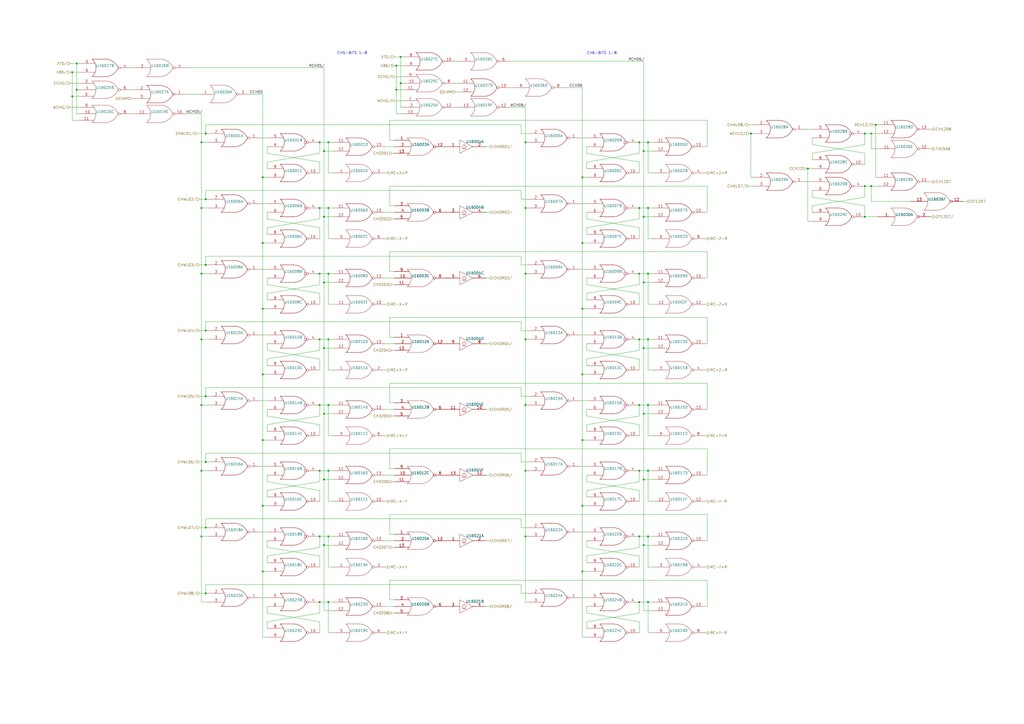
<source format=kicad_sch>
(kicad_sch (version 20211123) (generator eeschema)
  (paper "A2")
  (junction (at 501.65 77.47))
  (junction (at 41.91 55.88))
  (junction (at 375.92 311.15))
  (junction (at 375.92 349.25))
  (junction (at 185.42 273.05))
  (junction (at 304.8 311.15))
  (junction (at 229.87 38.1))
  (junction (at 337.82 217.17))
  (junction (at 41.91 41.91))
  (junction (at 370.84 273.05))
  (junction (at 468.63 97.79))
  (junction (at 370.84 349.25))
  (junction (at 116.84 273.05))
  (junction (at 116.84 120.65))
  (junction (at 44.45 52.07))
  (junction (at 501.65 107.95))
  (junction (at 185.42 234.95))
  (junction (at 119.38 77.47))
  (junction (at 187.96 240.03))
  (junction (at 304.8 82.55))
  (junction (at 229.87 52.07))
  (junction (at 505.46 107.95))
  (junction (at 152.4 102.87))
  (junction (at 187.96 316.23))
  (junction (at 187.96 201.93))
  (junction (at 375.92 196.85))
  (junction (at 375.92 82.55))
  (junction (at 152.4 140.97))
  (junction (at 152.4 331.47))
  (junction (at 119.38 306.07))
  (junction (at 119.38 267.97))
  (junction (at 187.96 87.63))
  (junction (at 373.38 201.93))
  (junction (at 187.96 278.13))
  (junction (at 116.84 196.85))
  (junction (at 505.46 77.47))
  (junction (at 337.82 293.37))
  (junction (at 370.84 196.85))
  (junction (at 375.92 234.95))
  (junction (at 187.96 125.73))
  (junction (at 119.38 344.17))
  (junction (at 373.38 316.23))
  (junction (at 373.38 125.73))
  (junction (at 375.92 120.65))
  (junction (at 185.42 120.65))
  (junction (at 304.8 120.65))
  (junction (at 232.41 48.26))
  (junction (at 116.84 82.55))
  (junction (at 370.84 158.75))
  (junction (at 435.61 77.47))
  (junction (at 152.4 217.17))
  (junction (at 119.38 153.67))
  (junction (at 190.5 349.25))
  (junction (at 116.84 158.75))
  (junction (at 337.82 331.47))
  (junction (at 190.5 82.55))
  (junction (at 190.5 196.85))
  (junction (at 375.92 158.75))
  (junction (at 152.4 293.37))
  (junction (at 508 72.39))
  (junction (at 370.84 234.95))
  (junction (at 190.5 234.95))
  (junction (at 370.84 311.15))
  (junction (at 501.65 125.73))
  (junction (at 337.82 102.87))
  (junction (at 190.5 120.65))
  (junction (at 185.42 196.85))
  (junction (at 119.38 115.57))
  (junction (at 152.4 255.27))
  (junction (at 370.84 82.55))
  (junction (at 370.84 120.65))
  (junction (at 337.82 140.97))
  (junction (at 304.8 158.75))
  (junction (at 373.38 278.13))
  (junction (at 116.84 311.15))
  (junction (at 190.5 158.75))
  (junction (at 304.8 196.85))
  (junction (at 119.38 191.77))
  (junction (at 185.42 82.55))
  (junction (at 44.45 36.83))
  (junction (at 190.5 273.05))
  (junction (at 232.41 33.02))
  (junction (at 373.38 87.63))
  (junction (at 187.96 163.83))
  (junction (at 190.5 311.15))
  (junction (at 373.38 240.03))
  (junction (at 185.42 349.25))
  (junction (at 185.42 158.75))
  (junction (at 304.8 234.95))
  (junction (at 116.84 234.95))
  (junction (at 337.82 179.07))
  (junction (at 337.82 255.27))
  (junction (at 185.42 311.15))
  (junction (at 152.4 179.07))
  (junction (at 375.92 273.05))
  (junction (at 119.38 229.87))
  (junction (at 373.38 163.83))
  (junction (at 304.8 273.05))
  (wire (pts (xy 119.38 306.07) (xy 119.38 300.99)))
  (wire (pts (xy 541.02 86.36) (xy 539.75 86.36)))
  (wire (pts (xy 185.42 349.25) (xy 185.42 355.6)))
  (wire (pts (xy 190.5 311.15) (xy 193.04 311.15)))
  (wire (pts (xy 151.13 194.31) (xy 154.94 194.31)))
  (wire (pts (xy 185.42 203.2) (xy 154.94 208.28)))
  (wire (pts (xy 471.17 83.82) (xy 471.17 80.01)))
  (wire (pts (xy 501.65 83.82) (xy 471.17 88.9)))
  (wire (pts (xy 373.38 240.03) (xy 378.46 240.03)))
  (wire (pts (xy 226.06 222.25) (xy 226.06 233.68)))
  (wire (pts (xy 337.82 102.87) (xy 337.82 140.97)))
  (wire (pts (xy 107.95 54.61) (xy 114.3 54.61)))
  (wire (pts (xy 187.96 278.13) (xy 193.04 278.13)))
  (wire (pts (xy 304.8 311.15) (xy 304.8 349.25)))
  (wire (pts (xy 154.94 170.18) (xy 154.94 173.99)))
  (wire (pts (xy 337.82 50.8) (xy 327.66 50.8)))
  (wire (pts (xy 375.92 196.85) (xy 378.46 196.85)))
  (wire (pts (xy 340.36 208.28) (xy 340.36 212.09)))
  (wire (pts (xy 304.8 82.55) (xy 304.8 120.65)))
  (wire (pts (xy 190.5 328.93) (xy 193.04 328.93)))
  (wire (pts (xy 224.79 252.73) (xy 223.52 252.73)))
  (wire (pts (xy 185.42 170.18) (xy 154.94 165.1)))
  (wire (pts (xy 185.42 367.03) (xy 185.42 360.68)))
  (wire (pts (xy 373.38 125.73) (xy 373.38 163.83)))
  (wire (pts (xy 226.06 107.95) (xy 226.06 119.38)))
  (wire (pts (xy 152.4 140.97) (xy 154.94 140.97)))
  (wire (pts (xy 468.63 97.79) (xy 471.17 97.79)))
  (wire (pts (xy 185.42 132.08) (xy 154.94 127)))
  (wire (pts (xy 116.84 196.85) (xy 116.84 234.95)))
  (wire (pts (xy 44.45 52.07) (xy 44.45 66.04)))
  (wire (pts (xy 340.36 127) (xy 340.36 123.19)))
  (wire (pts (xy 302.26 262.89) (xy 302.26 267.97)))
  (wire (pts (xy 44.45 66.04) (xy 45.72 66.04)))
  (wire (pts (xy 337.82 293.37) (xy 340.36 293.37)))
  (wire (pts (xy 114.3 77.47) (xy 119.38 77.47)))
  (wire (pts (xy 119.38 77.47) (xy 119.38 72.39)))
  (wire (pts (xy 340.36 246.38) (xy 340.36 250.19)))
  (wire (pts (xy 375.92 311.15) (xy 375.92 328.93)))
  (wire (pts (xy 410.21 367.03) (xy 408.94 367.03)))
  (wire (pts (xy 302.26 72.39) (xy 302.26 77.47)))
  (wire (pts (xy 76.2 57.15) (xy 77.47 57.15)))
  (wire (pts (xy 370.84 82.55) (xy 375.92 82.55)))
  (wire (pts (xy 115.57 306.07) (xy 119.38 306.07)))
  (wire (pts (xy 501.65 95.25) (xy 501.65 88.9)))
  (wire (pts (xy 505.46 77.47) (xy 505.46 86.36)))
  (wire (pts (xy 190.5 273.05) (xy 190.5 290.83)))
  (wire (pts (xy 370.84 360.68) (xy 340.36 355.6)))
  (wire (pts (xy 154.94 355.6) (xy 154.94 351.79)))
  (wire (pts (xy 373.38 316.23) (xy 373.38 354.33)))
  (wire (pts (xy 337.82 179.07) (xy 337.82 217.17)))
  (wire (pts (xy 224.79 214.63) (xy 223.52 214.63)))
  (wire (pts (xy 505.46 86.36) (xy 509.27 86.36)))
  (wire (pts (xy 119.38 229.87) (xy 120.65 229.87)))
  (wire (pts (xy 226.06 157.48) (xy 228.6 157.48)))
  (wire (pts (xy 116.84 158.75) (xy 120.65 158.75)))
  (wire (pts (xy 185.42 241.3) (xy 154.94 246.38)))
  (wire (pts (xy 304.8 349.25) (xy 306.07 349.25)))
  (wire (pts (xy 410.21 336.55) (xy 226.06 336.55)))
  (wire (pts (xy 44.45 52.07) (xy 45.72 52.07)))
  (wire (pts (xy 375.92 82.55) (xy 378.46 82.55)))
  (wire (pts (xy 370.84 355.6) (xy 340.36 360.68)))
  (wire (pts (xy 471.17 114.3) (xy 471.17 110.49)))
  (wire (pts (xy 154.94 93.98) (xy 154.94 97.79)))
  (wire (pts (xy 119.38 115.57) (xy 120.65 115.57)))
  (wire (pts (xy 375.92 349.25) (xy 378.46 349.25)))
  (wire (pts (xy 185.42 234.95) (xy 190.5 234.95)))
  (wire (pts (xy 340.36 102.87) (xy 337.82 102.87)))
  (wire (pts (xy 467.36 74.93) (xy 471.17 74.93)))
  (wire (pts (xy 375.92 196.85) (xy 375.92 214.63)))
  (wire (pts (xy 302.26 191.77) (xy 306.07 191.77)))
  (wire (pts (xy 45.72 62.23) (xy 40.64 62.23)))
  (wire (pts (xy 509.27 125.73) (xy 501.65 125.73)))
  (wire (pts (xy 340.36 170.18) (xy 340.36 173.99)))
  (wire (pts (xy 119.38 229.87) (xy 119.38 224.79)))
  (wire (pts (xy 116.84 66.04) (xy 116.84 82.55)))
  (wire (pts (xy 337.82 255.27) (xy 340.36 255.27)))
  (wire (pts (xy 185.42 176.53) (xy 185.42 170.18)))
  (wire (pts (xy 304.8 158.75) (xy 306.07 158.75)))
  (wire (pts (xy 227.33 241.3) (xy 228.6 241.3)))
  (wire (pts (xy 154.94 360.68) (xy 154.94 364.49)))
  (wire (pts (xy 561.34 116.84) (xy 558.8 116.84)))
  (wire (pts (xy 226.06 233.68) (xy 228.6 233.68)))
  (wire (pts (xy 505.46 107.95) (xy 505.46 116.84)))
  (wire (pts (xy 295.91 50.8) (xy 297.18 50.8)))
  (wire (pts (xy 370.84 273.05) (xy 370.84 279.4)))
  (wire (pts (xy 185.42 311.15) (xy 190.5 311.15)))
  (wire (pts (xy 375.92 273.05) (xy 375.92 290.83)))
  (wire (pts (xy 224.79 138.43) (xy 223.52 138.43)))
  (wire (pts (xy 435.61 77.47) (xy 436.88 77.47)))
  (wire (pts (xy 410.21 146.05) (xy 226.06 146.05)))
  (wire (pts (xy 115.57 115.57) (xy 119.38 115.57)))
  (wire (pts (xy 501.65 77.47) (xy 501.65 83.82)))
  (wire (pts (xy 410.21 275.59) (xy 410.21 260.35)))
  (wire (pts (xy 435.61 77.47) (xy 435.61 102.87)))
  (wire (pts (xy 229.87 52.07) (xy 229.87 66.04)))
  (wire (pts (xy 185.42 234.95) (xy 185.42 241.3)))
  (wire (pts (xy 185.42 120.65) (xy 185.42 127)))
  (wire (pts (xy 410.21 252.73) (xy 408.94 252.73)))
  (wire (pts (xy 508 72.39) (xy 509.27 72.39)))
  (wire (pts (xy 304.8 120.65) (xy 306.07 120.65)))
  (wire (pts (xy 154.94 208.28) (xy 154.94 212.09)))
  (wire (pts (xy 152.4 293.37) (xy 154.94 293.37)))
  (wire (pts (xy 185.42 165.1) (xy 154.94 170.18)))
  (wire (pts (xy 370.84 279.4) (xy 340.36 284.48)))
  (wire (pts (xy 375.92 158.75) (xy 375.92 176.53)))
  (wire (pts (xy 77.47 52.07) (xy 76.2 52.07)))
  (wire (pts (xy 154.94 132.08) (xy 154.94 135.89)))
  (wire (pts (xy 119.38 191.77) (xy 120.65 191.77)))
  (wire (pts (xy 116.84 234.95) (xy 120.65 234.95)))
  (wire (pts (xy 336.55 118.11) (xy 340.36 118.11)))
  (wire (pts (xy 375.92 252.73) (xy 378.46 252.73)))
  (wire (pts (xy 154.94 317.5) (xy 154.94 313.69)))
  (wire (pts (xy 154.94 241.3) (xy 154.94 237.49)))
  (wire (pts (xy 410.21 123.19) (xy 410.21 107.95)))
  (wire (pts (xy 190.5 214.63) (xy 193.04 214.63)))
  (wire (pts (xy 154.94 102.87) (xy 152.4 102.87)))
  (wire (pts (xy 370.84 132.08) (xy 340.36 127)))
  (wire (pts (xy 226.06 260.35) (xy 226.06 271.78)))
  (wire (pts (xy 41.91 41.91) (xy 45.72 41.91)))
  (wire (pts (xy 284.48 199.39) (xy 281.94 199.39)))
  (wire (pts (xy 152.4 293.37) (xy 152.4 331.47)))
  (wire (pts (xy 435.61 102.87) (xy 436.88 102.87)))
  (wire (pts (xy 336.55 232.41) (xy 340.36 232.41)))
  (wire (pts (xy 228.6 33.02) (xy 232.41 33.02)))
  (wire (pts (xy 233.68 58.42) (xy 228.6 58.42)))
  (wire (pts (xy 408.94 237.49) (xy 410.21 237.49)))
  (wire (pts (xy 41.91 41.91) (xy 41.91 55.88)))
  (wire (pts (xy 187.96 240.03) (xy 193.04 240.03)))
  (wire (pts (xy 336.55 270.51) (xy 340.36 270.51)))
  (wire (pts (xy 115.57 191.77) (xy 119.38 191.77)))
  (wire (pts (xy 190.5 176.53) (xy 193.04 176.53)))
  (wire (pts (xy 370.84 196.85) (xy 370.84 203.2)))
  (wire (pts (xy 232.41 33.02) (xy 233.68 33.02)))
  (wire (pts (xy 185.42 279.4) (xy 154.94 284.48)))
  (wire (pts (xy 340.36 279.4) (xy 340.36 275.59)))
  (wire (pts (xy 375.92 120.65) (xy 375.92 138.43)))
  (wire (pts (xy 152.4 255.27) (xy 152.4 293.37)))
  (wire (pts (xy 337.82 140.97) (xy 340.36 140.97)))
  (wire (pts (xy 408.94 275.59) (xy 410.21 275.59)))
  (wire (pts (xy 410.21 260.35) (xy 226.06 260.35)))
  (wire (pts (xy 115.57 153.67) (xy 119.38 153.67)))
  (wire (pts (xy 116.84 120.65) (xy 120.65 120.65)))
  (wire (pts (xy 185.42 360.68) (xy 154.94 355.6)))
  (wire (pts (xy 265.43 48.26) (xy 264.16 48.26)))
  (wire (pts (xy 501.65 125.73) (xy 501.65 119.38)))
  (wire (pts (xy 187.96 163.83) (xy 187.96 201.93)))
  (wire (pts (xy 232.41 62.23) (xy 233.68 62.23)))
  (wire (pts (xy 284.48 313.69) (xy 281.94 313.69)))
  (wire (pts (xy 370.84 165.1) (xy 340.36 170.18)))
  (wire (pts (xy 223.52 199.39) (xy 228.6 199.39)))
  (wire (pts (xy 190.5 158.75) (xy 190.5 176.53)))
  (wire (pts (xy 375.92 176.53) (xy 378.46 176.53)))
  (wire (pts (xy 190.5 120.65) (xy 190.5 138.43)))
  (wire (pts (xy 375.92 120.65) (xy 378.46 120.65)))
  (wire (pts (xy 190.5 234.95) (xy 190.5 252.73)))
  (wire (pts (xy 187.96 125.73) (xy 193.04 125.73)))
  (wire (pts (xy 408.94 313.69) (xy 410.21 313.69)))
  (wire (pts (xy 373.38 201.93) (xy 378.46 201.93)))
  (wire (pts (xy 370.84 311.15) (xy 370.84 317.5)))
  (wire (pts (xy 226.06 69.85) (xy 226.06 81.28)))
  (wire (pts (xy 336.55 194.31) (xy 340.36 194.31)))
  (wire (pts (xy 116.84 82.55) (xy 116.84 120.65)))
  (wire (pts (xy 187.96 316.23) (xy 187.96 354.33)))
  (wire (pts (xy 152.4 54.61) (xy 144.78 54.61)))
  (wire (pts (xy 232.41 48.26) (xy 233.68 48.26)))
  (wire (pts (xy 223.52 351.79) (xy 228.6 351.79)))
  (wire (pts (xy 337.82 369.57) (xy 340.36 369.57)))
  (wire (pts (xy 505.46 77.47) (xy 509.27 77.47)))
  (wire (pts (xy 185.42 273.05) (xy 190.5 273.05)))
  (wire (pts (xy 154.94 246.38) (xy 154.94 250.19)))
  (wire (pts (xy 375.92 290.83) (xy 378.46 290.83)))
  (wire (pts (xy 505.46 116.84) (xy 528.32 116.84)))
  (wire (pts (xy 408.94 199.39) (xy 410.21 199.39)))
  (wire (pts (xy 373.38 163.83) (xy 378.46 163.83)))
  (wire (pts (xy 373.38 278.13) (xy 378.46 278.13)))
  (wire (pts (xy 506.73 72.39) (xy 508 72.39)))
  (wire (pts (xy 340.36 93.98) (xy 340.36 97.79)))
  (wire (pts (xy 340.36 322.58) (xy 340.36 326.39)))
  (wire (pts (xy 375.92 311.15) (xy 378.46 311.15)))
  (wire (pts (xy 119.38 153.67) (xy 119.38 148.59)))
  (wire (pts (xy 370.84 273.05) (xy 375.92 273.05)))
  (wire (pts (xy 152.4 102.87) (xy 152.4 140.97)))
  (wire (pts (xy 375.92 234.95) (xy 375.92 252.73)))
  (wire (pts (xy 375.92 349.25) (xy 375.92 367.03)))
  (wire (pts (xy 40.64 41.91) (xy 41.91 41.91)))
  (wire (pts (xy 302.26 186.69) (xy 302.26 191.77)))
  (wire (pts (xy 375.92 100.33) (xy 378.46 100.33)))
  (wire (pts (xy 370.84 284.48) (xy 340.36 279.4)))
  (wire (pts (xy 152.4 140.97) (xy 152.4 179.07)))
  (wire (pts (xy 410.21 184.15) (xy 226.06 184.15)))
  (wire (pts (xy 226.06 119.38) (xy 228.6 119.38)))
  (wire (pts (xy 119.38 300.99) (xy 302.26 300.99)))
  (wire (pts (xy 119.38 306.07) (xy 120.65 306.07)))
  (wire (pts (xy 408.94 123.19) (xy 410.21 123.19)))
  (wire (pts (xy 190.5 82.55) (xy 193.04 82.55)))
  (wire (pts (xy 410.21 237.49) (xy 410.21 222.25)))
  (wire (pts (xy 302.26 148.59) (xy 302.26 153.67)))
  (wire (pts (xy 185.42 158.75) (xy 185.42 165.1)))
  (wire (pts (xy 408.94 161.29) (xy 410.21 161.29)))
  (wire (pts (xy 410.21 138.43) (xy 408.94 138.43)))
  (wire (pts (xy 226.06 146.05) (xy 226.06 157.48)))
  (wire (pts (xy 337.82 217.17) (xy 337.82 255.27)))
  (wire (pts (xy 190.5 349.25) (xy 190.5 367.03)))
  (wire (pts (xy 185.42 196.85) (xy 190.5 196.85)))
  (wire (pts (xy 229.87 52.07) (xy 233.68 52.07)))
  (wire (pts (xy 187.96 39.37) (xy 187.96 87.63)))
  (wire (pts (xy 185.42 355.6) (xy 154.94 360.68)))
  (wire (pts (xy 115.57 267.97) (xy 119.38 267.97)))
  (wire (pts (xy 501.65 88.9) (xy 471.17 83.82)))
  (wire (pts (xy 185.42 284.48) (xy 154.94 279.4)))
  (wire (pts (xy 151.13 118.11) (xy 154.94 118.11)))
  (wire (pts (xy 119.38 191.77) (xy 119.38 186.69)))
  (wire (pts (xy 226.06 298.45) (xy 226.06 309.88)))
  (wire (pts (xy 508 102.87) (xy 508 72.39)))
  (wire (pts (xy 44.45 36.83) (xy 45.72 36.83)))
  (wire (pts (xy 373.38 163.83) (xy 373.38 201.93)))
  (wire (pts (xy 541.02 105.41) (xy 539.75 105.41)))
  (wire (pts (xy 370.84 317.5) (xy 340.36 322.58)))
  (wire (pts (xy 373.38 35.56) (xy 295.91 35.56)))
  (wire (pts (xy 373.38 316.23) (xy 378.46 316.23)))
  (wire (pts (xy 370.84 100.33) (xy 370.84 93.98)))
  (wire (pts (xy 190.5 100.33) (xy 193.04 100.33)))
  (wire (pts (xy 185.42 322.58) (xy 154.94 317.5)))
  (wire (pts (xy 304.8 196.85) (xy 306.07 196.85)))
  (wire (pts (xy 410.21 222.25) (xy 226.06 222.25)))
  (wire (pts (xy 119.38 344.17) (xy 119.38 339.09)))
  (wire (pts (xy 154.94 165.1) (xy 154.94 161.29)))
  (wire (pts (xy 185.42 100.33) (xy 185.42 93.98)))
  (wire (pts (xy 340.36 88.9) (xy 340.36 85.09)))
  (wire (pts (xy 302.26 224.79) (xy 302.26 229.87)))
  (wire (pts (xy 336.55 156.21) (xy 340.36 156.21)))
  (wire (pts (xy 340.36 360.68) (xy 340.36 364.49)))
  (wire (pts (xy 119.38 110.49) (xy 302.26 110.49)))
  (wire (pts (xy 226.06 271.78) (xy 228.6 271.78)))
  (wire (pts (xy 185.42 82.55) (xy 185.42 88.9)))
  (wire (pts (xy 227.33 88.9) (xy 228.6 88.9)))
  (wire (pts (xy 119.38 72.39) (xy 302.26 72.39)))
  (wire (pts (xy 284.48 85.09) (xy 281.94 85.09)))
  (wire (pts (xy 370.84 120.65) (xy 375.92 120.65)))
  (wire (pts (xy 185.42 252.73) (xy 185.42 246.38)))
  (wire (pts (xy 306.07 82.55) (xy 304.8 82.55)))
  (wire (pts (xy 284.48 351.79) (xy 281.94 351.79)))
  (wire (pts (xy 185.42 138.43) (xy 185.42 132.08)))
  (wire (pts (xy 185.42 246.38) (xy 154.94 241.3)))
  (wire (pts (xy 154.94 203.2) (xy 154.94 199.39)))
  (wire (pts (xy 151.13 156.21) (xy 154.94 156.21)))
  (wire (pts (xy 434.34 77.47) (xy 435.61 77.47)))
  (wire (pts (xy 375.92 158.75) (xy 378.46 158.75)))
  (wire (pts (xy 185.42 349.25) (xy 190.5 349.25)))
  (wire (pts (xy 226.06 309.88) (xy 228.6 309.88)))
  (wire (pts (xy 370.84 246.38) (xy 340.36 241.3)))
  (wire (pts (xy 410.21 313.69) (xy 410.21 298.45)))
  (wire (pts (xy 41.91 55.88) (xy 41.91 69.85)))
  (wire (pts (xy 119.38 186.69) (xy 302.26 186.69)))
  (wire (pts (xy 229.87 38.1) (xy 229.87 52.07)))
  (wire (pts (xy 370.84 82.55) (xy 370.84 88.9)))
  (wire (pts (xy 370.84 158.75) (xy 370.84 165.1)))
  (wire (pts (xy 116.84 349.25) (xy 120.65 349.25)))
  (wire (pts (xy 304.8 311.15) (xy 306.07 311.15)))
  (wire (pts (xy 370.84 252.73) (xy 370.84 246.38)))
  (wire (pts (xy 304.8 234.95) (xy 306.07 234.95)))
  (wire (pts (xy 116.84 273.05) (xy 116.84 311.15)))
  (wire (pts (xy 151.13 346.71) (xy 154.94 346.71)))
  (wire (pts (xy 190.5 158.75) (xy 193.04 158.75)))
  (wire (pts (xy 187.96 201.93) (xy 193.04 201.93)))
  (wire (pts (xy 284.48 275.59) (xy 281.94 275.59)))
  (wire (pts (xy 378.46 87.63) (xy 373.38 87.63)))
  (wire (pts (xy 375.92 214.63) (xy 378.46 214.63)))
  (wire (pts (xy 340.36 317.5) (xy 340.36 313.69)))
  (wire (pts (xy 265.43 53.34) (xy 264.16 53.34)))
  (wire (pts (xy 115.57 229.87) (xy 119.38 229.87)))
  (wire (pts (xy 154.94 322.58) (xy 154.94 326.39)))
  (wire (pts (xy 370.84 328.93) (xy 370.84 322.58)))
  (wire (pts (xy 185.42 82.55) (xy 190.5 82.55)))
  (wire (pts (xy 227.33 203.2) (xy 228.6 203.2)))
  (wire (pts (xy 152.4 179.07) (xy 152.4 217.17)))
  (wire (pts (xy 185.42 88.9) (xy 154.94 93.98)))
  (wire (pts (xy 370.84 88.9) (xy 340.36 93.98)))
  (wire (pts (xy 373.38 35.56) (xy 373.38 87.63)))
  (wire (pts (xy 302.26 306.07) (xy 306.07 306.07)))
  (wire (pts (xy 340.36 203.2) (xy 340.36 199.39)))
  (wire (pts (xy 185.42 328.93) (xy 185.42 322.58)))
  (wire (pts (xy 264.16 35.56) (xy 265.43 35.56)))
  (wire (pts (xy 373.38 240.03) (xy 373.38 278.13)))
  (wire (pts (xy 337.82 140.97) (xy 337.82 179.07)))
  (wire (pts (xy 410.21 328.93) (xy 408.94 328.93)))
  (wire (pts (xy 232.41 48.26) (xy 232.41 62.23)))
  (wire (pts (xy 152.4 54.61) (xy 152.4 102.87)))
  (wire (pts (xy 302.26 115.57) (xy 306.07 115.57)))
  (wire (pts (xy 501.65 77.47) (xy 505.46 77.47)))
  (wire (pts (xy 304.8 273.05) (xy 306.07 273.05)))
  (wire (pts (xy 370.84 127) (xy 340.36 132.08)))
  (wire (pts (xy 304.8 234.95) (xy 304.8 273.05)))
  (wire (pts (xy 187.96 278.13) (xy 187.96 316.23)))
  (wire (pts (xy 337.82 293.37) (xy 337.82 331.47)))
  (wire (pts (xy 434.34 72.39) (xy 436.88 72.39)))
  (wire (pts (xy 152.4 217.17) (xy 152.4 255.27)))
  (wire (pts (xy 185.42 93.98) (xy 154.94 88.9)))
  (wire (pts (xy 40.64 36.83) (xy 44.45 36.83)))
  (wire (pts (xy 154.94 284.48) (xy 154.94 288.29)))
  (wire (pts (xy 471.17 119.38) (xy 471.17 123.19)))
  (wire (pts (xy 302.26 153.67) (xy 306.07 153.67)))
  (wire (pts (xy 185.42 311.15) (xy 185.42 317.5)))
  (wire (pts (xy 370.84 241.3) (xy 340.36 246.38)))
  (wire (pts (xy 370.84 322.58) (xy 340.36 317.5)))
  (wire (pts (xy 119.38 262.89) (xy 302.26 262.89)))
  (wire (pts (xy 501.65 107.95) (xy 501.65 114.3)))
  (wire (pts (xy 119.38 77.47) (xy 120.65 77.47)))
  (wire (pts (xy 337.82 50.8) (xy 337.82 102.87)))
  (wire (pts (xy 302.26 344.17) (xy 306.07 344.17)))
  (wire (pts (xy 337.82 179.07) (xy 340.36 179.07)))
  (wire (pts (xy 45.72 48.26) (xy 40.64 48.26)))
  (wire (pts (xy 224.79 328.93) (xy 223.52 328.93)))
  (wire (pts (xy 190.5 196.85) (xy 190.5 214.63)))
  (wire (pts (xy 410.21 176.53) (xy 408.94 176.53)))
  (wire (pts (xy 340.36 284.48) (xy 340.36 288.29)))
  (wire (pts (xy 375.92 328.93) (xy 378.46 328.93)))
  (wire (pts (xy 370.84 170.18) (xy 340.36 165.1)))
  (wire (pts (xy 468.63 128.27) (xy 471.17 128.27)))
  (wire (pts (xy 152.4 179.07) (xy 154.94 179.07)))
  (wire (pts (xy 337.82 255.27) (xy 337.82 293.37)))
  (wire (pts (xy 370.84 349.25) (xy 370.84 355.6)))
  (wire (pts (xy 41.91 69.85) (xy 45.72 69.85)))
  (wire (pts (xy 304.8 120.65) (xy 304.8 158.75)))
  (wire (pts (xy 223.52 313.69) (xy 228.6 313.69)))
  (wire (pts (xy 116.84 120.65) (xy 116.84 158.75)))
  (wire (pts (xy 119.38 344.17) (xy 120.65 344.17)))
  (wire (pts (xy 340.36 165.1) (xy 340.36 161.29)))
  (wire (pts (xy 410.21 69.85) (xy 226.06 69.85)))
  (wire (pts (xy 154.94 127) (xy 154.94 123.19)))
  (wire (pts (xy 227.33 355.6) (xy 228.6 355.6)))
  (wire (pts (xy 370.84 203.2) (xy 340.36 208.28)))
  (wire (pts (xy 116.84 273.05) (xy 120.65 273.05)))
  (wire (pts (xy 302.26 77.47) (xy 306.07 77.47)))
  (wire (pts (xy 226.06 347.98) (xy 228.6 347.98)))
  (wire (pts (xy 227.33 279.4) (xy 228.6 279.4)))
  (wire (pts (xy 223.52 275.59) (xy 228.6 275.59)))
  (wire (pts (xy 152.4 331.47) (xy 152.4 369.57)))
  (wire (pts (xy 227.33 165.1) (xy 228.6 165.1)))
  (wire (pts (xy 120.65 82.55) (xy 116.84 82.55)))
  (wire (pts (xy 190.5 196.85) (xy 193.04 196.85)))
  (wire (pts (xy 375.92 367.03) (xy 378.46 367.03)))
  (wire (pts (xy 408.94 351.79) (xy 410.21 351.79)))
  (wire (pts (xy 410.21 161.29) (xy 410.21 146.05)))
  (wire (pts (xy 119.38 148.59) (xy 302.26 148.59)))
  (wire (pts (xy 151.13 308.61) (xy 154.94 308.61)))
  (wire (pts (xy 190.5 82.55) (xy 190.5 100.33)))
  (wire (pts (xy 190.5 311.15) (xy 190.5 328.93)))
  (wire (pts (xy 226.06 184.15) (xy 226.06 195.58)))
  (wire (pts (xy 410.21 107.95) (xy 226.06 107.95)))
  (wire (pts (xy 509.27 102.87) (xy 508 102.87)))
  (wire (pts (xy 152.4 217.17) (xy 154.94 217.17)))
  (wire (pts (xy 227.33 317.5) (xy 228.6 317.5)))
  (wire (pts (xy 229.87 38.1) (xy 233.68 38.1)))
  (wire (pts (xy 295.91 62.23) (xy 304.8 62.23)))
  (wire (pts (xy 304.8 62.23) (xy 304.8 82.55)))
  (wire (pts (xy 337.82 331.47) (xy 337.82 369.57)))
  (wire (pts (xy 116.84 311.15) (xy 120.65 311.15)))
  (wire (pts (xy 233.68 44.45) (xy 228.6 44.45)))
  (wire (pts (xy 226.06 81.28) (xy 228.6 81.28)))
  (wire (pts (xy 467.36 97.79) (xy 468.63 97.79)))
  (wire (pts (xy 410.21 214.63) (xy 408.94 214.63)))
  (wire (pts (xy 375.92 82.55) (xy 375.92 100.33)))
  (wire (pts (xy 340.36 241.3) (xy 340.36 237.49)))
  (wire (pts (xy 223.52 123.19) (xy 228.6 123.19)))
  (wire (pts (xy 187.96 125.73) (xy 187.96 163.83)))
  (wire (pts (xy 187.96 39.37) (xy 107.95 39.37)))
  (wire (pts (xy 410.21 85.09) (xy 410.21 69.85)))
  (wire (pts (xy 76.2 66.04) (xy 77.47 66.04)))
  (wire (pts (xy 375.92 234.95) (xy 378.46 234.95)))
  (wire (pts (xy 119.38 267.97) (xy 120.65 267.97)))
  (wire (pts (xy 373.38 354.33) (xy 378.46 354.33)))
  (wire (pts (xy 223.52 237.49) (xy 228.6 237.49)))
  (wire (pts (xy 370.84 208.28) (xy 340.36 203.2)))
  (wire (pts (xy 223.52 85.09) (xy 228.6 85.09)))
  (wire (pts (xy 154.94 279.4) (xy 154.94 275.59)))
  (wire (pts (xy 227.33 127) (xy 228.6 127)))
  (wire (pts (xy 336.55 308.61) (xy 340.36 308.61)))
  (wire (pts (xy 187.96 163.83) (xy 193.04 163.83)))
  (wire (pts (xy 187.96 240.03) (xy 187.96 278.13)))
  (wire (pts (xy 116.84 66.04) (xy 107.95 66.04)))
  (wire (pts (xy 370.84 290.83) (xy 370.84 284.48)))
  (wire (pts (xy 41.91 55.88) (xy 45.72 55.88)))
  (wire (pts (xy 116.84 234.95) (xy 116.84 273.05)))
  (wire (pts (xy 505.46 107.95) (xy 509.27 107.95)))
  (wire (pts (xy 340.36 355.6) (xy 340.36 351.79)))
  (wire (pts (xy 370.84 234.95) (xy 370.84 241.3)))
  (wire (pts (xy 370.84 138.43) (xy 370.84 132.08)))
  (wire (pts (xy 232.41 33.02) (xy 232.41 48.26)))
  (wire (pts (xy 185.42 127) (xy 154.94 132.08)))
  (wire (pts (xy 119.38 115.57) (xy 119.38 110.49)))
  (wire (pts (xy 370.84 196.85) (xy 375.92 196.85)))
  (wire (pts (xy 340.36 132.08) (xy 340.36 135.89)))
  (wire (pts (xy 151.13 80.01) (xy 154.94 80.01)))
  (wire (pts (xy 410.21 290.83) (xy 408.94 290.83)))
  (wire (pts (xy 224.79 290.83) (xy 223.52 290.83)))
  (wire (pts (xy 119.38 267.97) (xy 119.38 262.89)))
  (wire (pts (xy 373.38 125.73) (xy 378.46 125.73)))
  (wire (pts (xy 304.8 158.75) (xy 304.8 196.85)))
  (wire (pts (xy 187.96 201.93) (xy 187.96 240.03)))
  (wire (pts (xy 501.65 119.38) (xy 471.17 114.3)))
  (wire (pts (xy 370.84 93.98) (xy 340.36 88.9)))
  (wire (pts (xy 116.84 158.75) (xy 116.84 196.85)))
  (wire (pts (xy 116.84 311.15) (xy 116.84 349.25)))
  (wire (pts (xy 410.21 351.79) (xy 410.21 336.55)))
  (wire (pts (xy 304.8 273.05) (xy 304.8 311.15)))
  (wire (pts (xy 284.48 161.29) (xy 281.94 161.29)))
  (wire (pts (xy 190.5 138.43) (xy 193.04 138.43)))
  (wire (pts (xy 185.42 214.63) (xy 185.42 208.28)))
  (wire (pts (xy 410.21 100.33) (xy 408.94 100.33)))
  (wire (pts (xy 468.63 128.27) (xy 468.63 97.79)))
  (wire (pts (xy 76.2 39.37) (xy 77.47 39.37)))
  (wire (pts (xy 302.26 110.49) (xy 302.26 115.57)))
  (wire (pts (xy 185.42 158.75) (xy 190.5 158.75)))
  (wire (pts (xy 185.42 120.65) (xy 190.5 120.65)))
  (wire (pts (xy 302.26 229.87) (xy 306.07 229.87)))
  (wire (pts (xy 119.38 339.09) (xy 302.26 339.09)))
  (wire (pts (xy 541.02 125.73) (xy 539.75 125.73)))
  (wire (pts (xy 152.4 369.57) (xy 154.94 369.57)))
  (wire (pts (xy 337.82 331.47) (xy 340.36 331.47)))
  (wire (pts (xy 336.55 80.01) (xy 340.36 80.01)))
  (wire (pts (xy 193.04 87.63) (xy 187.96 87.63)))
  (wire (pts (xy 336.55 346.71) (xy 340.36 346.71)))
  (wire (pts (xy 190.5 273.05) (xy 193.04 273.05)))
  (wire (pts (xy 224.79 100.33) (xy 223.52 100.33)))
  (wire (pts (xy 373.38 87.63) (xy 373.38 125.73)))
  (wire (pts (xy 151.13 270.51) (xy 154.94 270.51)))
  (wire (pts (xy 370.84 349.25) (xy 375.92 349.25)))
  (wire (pts (xy 471.17 88.9) (xy 471.17 92.71)))
  (wire (pts (xy 370.84 311.15) (xy 375.92 311.15)))
  (wire (pts (xy 370.84 234.95) (xy 375.92 234.95)))
  (wire (pts (xy 370.84 176.53) (xy 370.84 170.18)))
  (wire (pts (xy 154.94 88.9) (xy 154.94 85.09)))
  (wire (pts (xy 284.48 237.49) (xy 281.94 237.49)))
  (wire (pts (xy 410.21 298.45) (xy 226.06 298.45)))
  (wire (pts (xy 190.5 290.83) (xy 193.04 290.83)))
  (wire (pts (xy 190.5 367.03) (xy 193.04 367.03)))
  (wire (pts (xy 370.84 120.65) (xy 370.84 127)))
  (wire (pts (xy 187.96 87.63) (xy 187.96 125.73)))
  (wire (pts (xy 370.84 214.63) (xy 370.84 208.28)))
  (wire (pts (xy 190.5 120.65) (xy 193.04 120.65)))
  (wire (pts (xy 302.26 300.99) (xy 302.26 306.07)))
  (wire (pts (xy 226.06 336.55) (xy 226.06 347.98)))
  (wire (pts (xy 190.5 349.25) (xy 193.04 349.25)))
  (wire (pts (xy 304.8 196.85) (xy 304.8 234.95)))
  (wire (pts (xy 119.38 224.79) (xy 302.26 224.79)))
  (wire (pts (xy 373.38 278.13) (xy 373.38 316.23)))
  (wire (pts (xy 226.06 195.58) (xy 228.6 195.58)))
  (wire (pts (xy 119.38 153.67) (xy 120.65 153.67)))
  (wire (pts (xy 302.26 339.09) (xy 302.26 344.17)))
  (wire (pts (xy 501.65 114.3) (xy 471.17 119.38)))
  (wire (pts (xy 187.96 354.33) (xy 193.04 354.33)))
  (wire (pts (xy 116.84 196.85) (xy 120.65 196.85)))
  (wire (pts (xy 187.96 316.23) (xy 193.04 316.23)))
  (wire (pts (xy 375.92 138.43) (xy 378.46 138.43)))
  (wire (pts (xy 501.65 107.95) (xy 505.46 107.95)))
  (wire (pts (xy 375.92 273.05) (xy 378.46 273.05)))
  (wire (pts (xy 228.6 38.1) (xy 229.87 38.1)))
  (wire (pts (xy 284.48 123.19) (xy 281.94 123.19)))
  (wire (pts (xy 370.84 158.75) (xy 375.92 158.75)))
  (wire (pts (xy 152.4 255.27) (xy 154.94 255.27)))
  (wire (pts (xy 185.42 196.85) (xy 185.42 203.2)))
  (wire (pts (xy 223.52 161.29) (xy 228.6 161.29)))
  (wire (pts (xy 190.5 252.73) (xy 193.04 252.73)))
  (wire (pts (xy 44.45 36.83) (xy 44.45 52.07)))
  (wire (pts (xy 190.5 234.95) (xy 193.04 234.95)))
  (wire (pts (xy 152.4 331.47) (xy 154.94 331.47)))
  (wire (pts (xy 185.42 290.83) (xy 185.42 284.48)))
  (wire (pts (xy 541.02 74.93) (xy 539.75 74.93)))
  (wire (pts (xy 410.21 199.39) (xy 410.21 184.15)))
  (wire (pts (xy 229.87 66.04) (xy 233.68 66.04)))
  (wire (pts (xy 151.13 232.41) (xy 154.94 232.41)))
  (wire (pts (xy 224.79 176.53) (xy 223.52 176.53)))
  (wire (pts (xy 434.34 107.95) (xy 436.88 107.95)))
  (wire (pts (xy 224.79 367.03) (xy 223.52 367.03)))
  (wire (pts (xy 115.57 344.17) (xy 119.38 344.17)))
  (wire (pts (xy 373.38 201.93) (xy 373.38 240.03)))
  (wire (pts (xy 370.84 367.03) (xy 370.84 360.68)))
  (wire (pts (xy 302.26 267.97) (xy 306.07 267.97)))
  (wire (pts (xy 185.42 273.05) (xy 185.42 279.4)))
  (wire (pts (xy 185.42 208.28) (xy 154.94 203.2)))
  (wire (pts (xy 264.16 62.23) (xy 265.43 62.23)))
  (wire (pts (xy 185.42 317.5) (xy 154.94 322.58)))
  (wire (pts (xy 337.82 217.17) (xy 340.36 217.17)))
  (wire (pts (xy 467.36 105.41) (xy 471.17 105.41)))
  (wire (pts (xy 408.94 85.09) (xy 410.21 85.09)))
  (text "CH5-BITS 1-8" (at 195.58 31.75 0) (effects (font (size 1.524 1.524)) (justify left bottom)))
  (text "CH6-BITS 1-8" (at 340.36 31.75 0) (effects (font (size 1.524 1.524)) (justify left bottom)))
  (label "WCH06/" (at 295.91 62.23 0) (effects (font (size 1.524 1.524))))
  (label "WCH05/" (at 107.95 66.04 0) (effects (font (size 1.524 1.524))))
  (label "RCH06/" (at 364.49 35.56 0) (effects (font (size 1.524 1.524))))
  (label "CCH06" (at 330.2 50.8 0) (effects (font (size 1.524 1.524))))
  (label "RCH05/" (at 179.07 39.37 0) (effects (font (size 1.524 1.524))))
  (label "CCH05" (at 144.78 54.61 0) (effects (font (size 1.524 1.524))))
  (hierarchical_label "RC-X+Y" (shape output) (at 224.79 328.93 0) (effects (font (size 1.524 1.524))))
  (hierarchical_label "CH3208" (shape input) (at 227.33 355.6 180) (effects (font (size 1.524 1.524))))
  (hierarchical_label "CHWL02/" (shape input) (at 115.57 115.57 180) (effects (font (size 1.524 1.524))))
  (hierarchical_label "CHOR01/" (shape output) (at 284.48 85.09 0) (effects (font (size 1.524 1.524))))
  (hierarchical_label "CHOR04/" (shape output) (at 284.48 199.39 0) (effects (font (size 1.524 1.524))))
  (hierarchical_label "WCHG/" (shape input) (at 228.6 58.42 180) (effects (font (size 1.524 1.524))))
  (hierarchical_label "RC-Y-R" (shape output) (at 410.21 290.83 0) (effects (font (size 1.524 1.524))))
  (hierarchical_label "XT0/" (shape input) (at 228.6 33.02 180) (effects (font (size 1.524 1.524))))
  (hierarchical_label "TVCNAB" (shape output) (at 541.02 86.36 0) (effects (font (size 1.524 1.524))))
  (hierarchical_label "RC-X-Y" (shape output) (at 224.79 290.83 0) (effects (font (size 1.524 1.524))))
  (hierarchical_label "CHOR07/" (shape output) (at 284.48 313.69 0) (effects (font (size 1.524 1.524))))
  (hierarchical_label "CHWL04/" (shape input) (at 115.57 191.77 180) (effects (font (size 1.524 1.524))))
  (hierarchical_label "CH3204" (shape input) (at 227.33 203.2 180) (effects (font (size 1.524 1.524))))
  (hierarchical_label "CHWL05/" (shape input) (at 115.57 229.87 180) (effects (font (size 1.524 1.524))))
  (hierarchical_label "CH3202" (shape input) (at 227.33 127 180) (effects (font (size 1.524 1.524))))
  (hierarchical_label "CHWL07/" (shape input) (at 115.57 306.07 180) (effects (font (size 1.524 1.524))))
  (hierarchical_label "CHOR08/" (shape output) (at 284.48 351.79 0) (effects (font (size 1.524 1.524))))
  (hierarchical_label "OT1207" (shape output) (at 561.34 116.84 0) (effects (font (size 1.524 1.524))))
  (hierarchical_label "RC+X-P" (shape output) (at 224.79 214.63 0) (effects (font (size 1.524 1.524))))
  (hierarchical_label "RC+Z-R" (shape output) (at 410.21 214.63 0) (effects (font (size 1.524 1.524))))
  (hierarchical_label "CH3203" (shape input) (at 227.33 165.1 180) (effects (font (size 1.524 1.524))))
  (hierarchical_label "RC+Z+R" (shape output) (at 410.21 100.33 0) (effects (font (size 1.524 1.524))))
  (hierarchical_label "CH3201" (shape input) (at 227.33 88.9 180) (effects (font (size 1.524 1.524))))
  (hierarchical_label "CCHG/" (shape input) (at 228.6 44.45 180) (effects (font (size 1.524 1.524))))
  (hierarchical_label "XB5/" (shape input) (at 40.64 41.91 180) (effects (font (size 1.524 1.524))))
  (hierarchical_label "CHWL06/" (shape input) (at 115.57 267.97 180) (effects (font (size 1.524 1.524))))
  (hierarchical_label "CHOR05/" (shape output) (at 284.48 237.49 0) (effects (font (size 1.524 1.524))))
  (hierarchical_label "RC+X-Y" (shape output) (at 224.79 367.03 0) (effects (font (size 1.524 1.524))))
  (hierarchical_label "CH3205" (shape input) (at 227.33 241.3 180) (effects (font (size 1.524 1.524))))
  (hierarchical_label "CH3206" (shape input) (at 227.33 279.4 180) (effects (font (size 1.524 1.524))))
  (hierarchical_label "GOJAM" (shape input) (at 264.16 53.34 180) (effects (font (size 1.524 1.524))))
  (hierarchical_label "XT0/" (shape input) (at 40.64 36.83 180) (effects (font (size 1.524 1.524))))
  (hierarchical_label "CCH12" (shape input) (at 467.36 97.79 180) (effects (font (size 1.524 1.524))))
  (hierarchical_label "CHWL08/" (shape input) (at 115.57 344.17 180) (effects (font (size 1.524 1.524))))
  (hierarchical_label "RC+X+P" (shape output) (at 224.79 100.33 0) (effects (font (size 1.524 1.524))))
  (hierarchical_label "XB6/" (shape input) (at 228.6 38.1 180) (effects (font (size 1.524 1.524))))
  (hierarchical_label "CHOR02/" (shape output) (at 284.48 123.19 0) (effects (font (size 1.524 1.524))))
  (hierarchical_label "CHWL01/" (shape input) (at 114.3 77.47 180) (effects (font (size 1.524 1.524))))
  (hierarchical_label "RC+Y-R" (shape output) (at 410.21 367.03 0) (effects (font (size 1.524 1.524))))
  (hierarchical_label "CH1208" (shape output) (at 541.02 74.93 0) (effects (font (size 1.524 1.524))))
  (hierarchical_label "CCHG/" (shape input) (at 40.64 48.26 180) (effects (font (size 1.524 1.524))))
  (hierarchical_label "RC-X+P" (shape output) (at 224.79 176.53 0) (effects (font (size 1.524 1.524))))
  (hierarchical_label "CHWL08/" (shape input) (at 434.34 72.39 180) (effects (font (size 1.524 1.524))))
  (hierarchical_label "CH3207" (shape input) (at 227.33 317.5 180) (effects (font (size 1.524 1.524))))
  (hierarchical_label "OT1207/" (shape output) (at 541.02 125.73 0) (effects (font (size 1.524 1.524))))
  (hierarchical_label "RCH12/" (shape input) (at 506.73 72.39 180) (effects (font (size 1.524 1.524))))
  (hierarchical_label "RC-Z-R" (shape output) (at 410.21 138.43 0) (effects (font (size 1.524 1.524))))
  (hierarchical_label "RC-Y+R" (shape output) (at 410.21 328.93 0) (effects (font (size 1.524 1.524))))
  (hierarchical_label "CH1207" (shape output) (at 541.02 105.41 0) (effects (font (size 1.524 1.524))))
  (hierarchical_label "RC+Y+R" (shape output) (at 410.21 252.73 0) (effects (font (size 1.524 1.524))))
  (hierarchical_label "RC-X-P" (shape output) (at 224.79 138.43 0) (effects (font (size 1.524 1.524))))
  (hierarchical_label "RC-Z+R" (shape output) (at 410.21 176.53 0) (effects (font (size 1.524 1.524))))
  (hierarchical_label "CHWL07/" (shape input) (at 434.34 107.95 180) (effects (font (size 1.524 1.524))))
  (hierarchical_label "CHOR06/" (shape output) (at 284.48 275.59 0) (effects (font (size 1.524 1.524))))
  (hierarchical_label "WCHG/" (shape input) (at 40.64 62.23 180) (effects (font (size 1.524 1.524))))
  (hierarchical_label "WCH12/" (shape input) (at 434.34 77.47 180) (effects (font (size 1.524 1.524))))
  (hierarchical_label "GOJAM" (shape input) (at 76.2 57.15 180) (effects (font (size 1.524 1.524))))
  (hierarchical_label "CHOR03/" (shape output) (at 284.48 161.29 0) (effects (font (size 1.524 1.524))))
  (hierarchical_label "RC+X+Y" (shape output) (at 224.79 252.73 0) (effects (font (size 1.524 1.524))))
  (hierarchical_label "CHWL03/" (shape input) (at 115.57 153.67 180) (effects (font (size 1.524 1.524))))
  (symbol (lib_id "agc_kicad_components:74HC02") (at 135.89 80.01 0) (unit 1)
    (property "Reference" "U16001" (at 135.89 78.74 0) (effects (font (size 1.524 1.524))))
  )
  (symbol (lib_id "agc_kicad_components:74HC02") (at 170.18 82.55 0) (unit 2)
    (property "Reference" "U16001" (at 170.18 81.28 0) (effects (font (size 1.524 1.524))))
    (property "Initial" "1" (at 176.53 82.55 0) (effects (font (size 1.524 1.524) italic)))
  )
  (symbol (lib_id "agc_kicad_components:74HC02") (at 170.18 100.33 0) (unit 3)
    (property "Reference" "U16001" (at 170.18 99.06 0) (effects (font (size 1.524 1.524))))
  )
  (symbol (lib_id "agc_kicad_components:74HC02") (at 208.28 85.09 0) (unit 4)
    (property "Reference" "U16001" (at 208.28 83.82 0) (effects (font (size 1.524 1.524))))
  )
  (symbol (lib_id "agc_kicad_components:74HC04") (at 208.28 100.33 0) (unit 1)
    (property "Reference" "U16002" (at 208.28 99.06 0) (effects (font (size 1.524 1.524))))
  )
  (symbol (lib_id "agc_kicad_components:74HC27") (at 243.84 85.09 0) (unit 1)
    (property "Reference" "U16003" (at 243.84 83.82 0) (effects (font (size 1.524 1.524))))
  )
  (symbol (lib_id "agc_kicad_components:74LVC07") (at 270.51 85.09 0) (unit 1)
    (property "Reference" "U16004" (at 275.463 82.169 0) (effects (font (size 1.524 1.524))))
  )
  (symbol (lib_id "agc_kicad_components:74HC02") (at 321.31 80.01 0) (unit 1)
    (property "Reference" "U16005" (at 321.31 78.74 0) (effects (font (size 1.524 1.524))))
  )
  (symbol (lib_id "agc_kicad_components:74HC02") (at 355.6 82.55 0) (unit 2)
    (property "Reference" "U16005" (at 355.6 81.28 0) (effects (font (size 1.524 1.524))))
    (property "Initial" "1" (at 361.95 82.55 0) (effects (font (size 1.524 1.524) italic)))
  )
  (symbol (lib_id "agc_kicad_components:74HC02") (at 355.6 100.33 0) (unit 3)
    (property "Reference" "U16005" (at 355.6 99.06 0) (effects (font (size 1.524 1.524))))
  )
  (symbol (lib_id "agc_kicad_components:74HC02") (at 393.7 85.09 0) (unit 4)
    (property "Reference" "U16005" (at 393.7 83.82 0) (effects (font (size 1.524 1.524))))
  )
  (symbol (lib_id "agc_kicad_components:74HC04") (at 393.7 100.33 0) (unit 2)
    (property "Reference" "U16002" (at 393.7 99.06 0) (effects (font (size 1.524 1.524))))
  )
  (symbol (lib_id "agc_kicad_components:74HC02") (at 135.89 118.11 0) (unit 1)
    (property "Reference" "U16006" (at 135.89 116.84 0) (effects (font (size 1.524 1.524))))
  )
  (symbol (lib_id "agc_kicad_components:74HC02") (at 170.18 120.65 0) (unit 2)
    (property "Reference" "U16006" (at 170.18 119.38 0) (effects (font (size 1.524 1.524))))
    (property "Initial" "1" (at 176.53 120.65 0) (effects (font (size 1.524 1.524) italic)))
  )
  (symbol (lib_id "agc_kicad_components:74HC02") (at 170.18 138.43 0) (unit 3)
    (property "Reference" "U16006" (at 170.18 137.16 0) (effects (font (size 1.524 1.524))))
  )
  (symbol (lib_id "agc_kicad_components:74HC02") (at 208.28 123.19 0) (unit 4)
    (property "Reference" "U16006" (at 208.28 121.92 0) (effects (font (size 1.524 1.524))))
  )
  (symbol (lib_id "agc_kicad_components:74HC04") (at 208.28 138.43 0) (unit 3)
    (property "Reference" "U16002" (at 208.28 137.16 0) (effects (font (size 1.524 1.524))))
  )
  (symbol (lib_id "agc_kicad_components:74HC27") (at 243.84 123.19 0) (unit 2)
    (property "Reference" "U16003" (at 243.84 121.92 0) (effects (font (size 1.524 1.524))))
  )
  (symbol (lib_id "agc_kicad_components:74LVC07") (at 270.51 123.19 0) (unit 2)
    (property "Reference" "U16004" (at 275.463 120.269 0) (effects (font (size 1.524 1.524))))
  )
  (symbol (lib_id "agc_kicad_components:74HC02") (at 321.31 118.11 0) (unit 1)
    (property "Reference" "U16007" (at 321.31 116.84 0) (effects (font (size 1.524 1.524))))
  )
  (symbol (lib_id "agc_kicad_components:74HC02") (at 355.6 120.65 0) (unit 2)
    (property "Reference" "U16007" (at 355.6 119.38 0) (effects (font (size 1.524 1.524))))
    (property "Initial" "1" (at 361.95 120.65 0) (effects (font (size 1.524 1.524) italic)))
  )
  (symbol (lib_id "agc_kicad_components:74HC02") (at 355.6 138.43 0) (unit 3)
    (property "Reference" "U16007" (at 355.6 137.16 0) (effects (font (size 1.524 1.524))))
  )
  (symbol (lib_id "agc_kicad_components:74HC02") (at 393.7 123.19 0) (unit 4)
    (property "Reference" "U16007" (at 393.7 121.92 0) (effects (font (size 1.524 1.524))))
  )
  (symbol (lib_id "agc_kicad_components:74HC04") (at 393.7 138.43 0) (unit 4)
    (property "Reference" "U16002" (at 393.7 137.16 0) (effects (font (size 1.524 1.524))))
  )
  (symbol (lib_id "agc_kicad_components:74HC02") (at 135.89 156.21 0) (unit 1)
    (property "Reference" "U16008" (at 135.89 154.94 0) (effects (font (size 1.524 1.524))))
  )
  (symbol (lib_id "agc_kicad_components:74HC02") (at 170.18 158.75 0) (unit 2)
    (property "Reference" "U16008" (at 170.18 157.48 0) (effects (font (size 1.524 1.524))))
    (property "Initial" "1" (at 176.53 158.75 0) (effects (font (size 1.524 1.524) italic)))
  )
  (symbol (lib_id "agc_kicad_components:74HC02") (at 170.18 176.53 0) (unit 3)
    (property "Reference" "U16008" (at 170.18 175.26 0) (effects (font (size 1.524 1.524))))
  )
  (symbol (lib_id "agc_kicad_components:74HC02") (at 208.28 161.29 0) (unit 4)
    (property "Reference" "U16008" (at 208.28 160.02 0) (effects (font (size 1.524 1.524))))
  )
  (symbol (lib_id "agc_kicad_components:74HC04") (at 208.28 176.53 0) (unit 5)
    (property "Reference" "U16002" (at 208.28 175.26 0) (effects (font (size 1.524 1.524))))
  )
  (symbol (lib_id "agc_kicad_components:74HC27") (at 243.84 161.29 0) (unit 3)
    (property "Reference" "U16003" (at 243.84 160.02 0) (effects (font (size 1.524 1.524))))
  )
  (symbol (lib_id "agc_kicad_components:74LVC07") (at 270.51 161.29 0) (unit 3)
    (property "Reference" "U16004" (at 275.463 158.369 0) (effects (font (size 1.524 1.524))))
  )
  (symbol (lib_id "agc_kicad_components:74HC02") (at 321.31 156.21 0) (unit 1)
    (property "Reference" "U16009" (at 321.31 154.94 0) (effects (font (size 1.524 1.524))))
  )
  (symbol (lib_id "agc_kicad_components:74HC02") (at 355.6 158.75 0) (unit 2)
    (property "Reference" "U16009" (at 355.6 157.48 0) (effects (font (size 1.524 1.524))))
    (property "Initial" "1" (at 361.95 158.75 0) (effects (font (size 1.524 1.524) italic)))
  )
  (symbol (lib_id "agc_kicad_components:74HC02") (at 355.6 176.53 0) (unit 3)
    (property "Reference" "U16009" (at 355.6 175.26 0) (effects (font (size 1.524 1.524))))
  )
  (symbol (lib_id "agc_kicad_components:74HC02") (at 393.7 161.29 0) (unit 4)
    (property "Reference" "U16009" (at 393.7 160.02 0) (effects (font (size 1.524 1.524))))
  )
  (symbol (lib_id "agc_kicad_components:74HC04") (at 393.7 176.53 0) (unit 6)
    (property "Reference" "U16002" (at 393.7 175.26 0) (effects (font (size 1.524 1.524))))
  )
  (symbol (lib_id "agc_kicad_components:74HC02") (at 135.89 194.31 0) (unit 1)
    (property "Reference" "U16010" (at 135.89 193.04 0) (effects (font (size 1.524 1.524))))
  )
  (symbol (lib_id "agc_kicad_components:74HC02") (at 170.18 196.85 0) (unit 2)
    (property "Reference" "U16010" (at 170.18 195.58 0) (effects (font (size 1.524 1.524))))
    (property "Initial" "1" (at 176.53 196.85 0) (effects (font (size 1.524 1.524) italic)))
  )
  (symbol (lib_id "agc_kicad_components:74HC02") (at 170.18 214.63 0) (unit 3)
    (property "Reference" "U16010" (at 170.18 213.36 0) (effects (font (size 1.524 1.524))))
  )
  (symbol (lib_id "agc_kicad_components:74HC02") (at 208.28 199.39 0) (unit 4)
    (property "Reference" "U16010" (at 208.28 198.12 0) (effects (font (size 1.524 1.524))))
  )
  (symbol (lib_id "agc_kicad_components:74HC04") (at 208.28 214.63 0) (unit 1)
    (property "Reference" "U16011" (at 208.28 213.36 0) (effects (font (size 1.524 1.524))))
  )
  (symbol (lib_id "agc_kicad_components:74HC27") (at 243.84 199.39 0) (unit 1)
    (property "Reference" "U16012" (at 243.84 198.12 0) (effects (font (size 1.524 1.524))))
  )
  (symbol (lib_id "agc_kicad_components:74LVC07") (at 270.51 199.39 0) (unit 4)
    (property "Reference" "U16004" (at 275.463 196.469 0) (effects (font (size 1.524 1.524))))
  )
  (symbol (lib_id "agc_kicad_components:74HC02") (at 321.31 194.31 0) (unit 1)
    (property "Reference" "U16013" (at 321.31 193.04 0) (effects (font (size 1.524 1.524))))
  )
  (symbol (lib_id "agc_kicad_components:74HC02") (at 355.6 196.85 0) (unit 2)
    (property "Reference" "U16013" (at 355.6 195.58 0) (effects (font (size 1.524 1.524))))
    (property "Initial" "1" (at 361.95 196.85 0) (effects (font (size 1.524 1.524) italic)))
  )
  (symbol (lib_id "agc_kicad_components:74HC02") (at 355.6 214.63 0) (unit 3)
    (property "Reference" "U16013" (at 355.6 213.36 0) (effects (font (size 1.524 1.524))))
  )
  (symbol (lib_id "agc_kicad_components:74HC02") (at 393.7 199.39 0) (unit 4)
    (property "Reference" "U16013" (at 393.7 198.12 0) (effects (font (size 1.524 1.524))))
  )
  (symbol (lib_id "agc_kicad_components:74HC04") (at 393.7 214.63 0) (unit 2)
    (property "Reference" "U16011" (at 393.7 213.36 0) (effects (font (size 1.524 1.524))))
  )
  (symbol (lib_id "agc_kicad_components:74HC02") (at 135.89 232.41 0) (unit 1)
    (property "Reference" "U16014" (at 135.89 231.14 0) (effects (font (size 1.524 1.524))))
  )
  (symbol (lib_id "agc_kicad_components:74HC02") (at 170.18 234.95 0) (unit 2)
    (property "Reference" "U16014" (at 170.18 233.68 0) (effects (font (size 1.524 1.524))))
    (property "Initial" "1" (at 176.53 234.95 0) (effects (font (size 1.524 1.524) italic)))
  )
  (symbol (lib_id "agc_kicad_components:74HC02") (at 170.18 252.73 0) (unit 3)
    (property "Reference" "U16014" (at 170.18 251.46 0) (effects (font (size 1.524 1.524))))
  )
  (symbol (lib_id "agc_kicad_components:74HC02") (at 208.28 237.49 0) (unit 4)
    (property "Reference" "U16014" (at 208.28 236.22 0) (effects (font (size 1.524 1.524))))
  )
  (symbol (lib_id "agc_kicad_components:74HC04") (at 208.28 252.73 0) (unit 3)
    (property "Reference" "U16011" (at 208.28 251.46 0) (effects (font (size 1.524 1.524))))
  )
  (symbol (lib_id "agc_kicad_components:74HC27") (at 243.84 237.49 0) (unit 2)
    (property "Reference" "U16012" (at 243.84 236.22 0) (effects (font (size 1.524 1.524))))
  )
  (symbol (lib_id "agc_kicad_components:74LVC07") (at 270.51 237.49 0) (unit 5)
    (property "Reference" "U16004" (at 275.463 234.569 0) (effects (font (size 1.524 1.524))))
  )
  (symbol (lib_id "agc_kicad_components:74HC02") (at 321.31 232.41 0) (unit 1)
    (property "Reference" "U16015" (at 321.31 231.14 0) (effects (font (size 1.524 1.524))))
  )
  (symbol (lib_id "agc_kicad_components:74HC02") (at 355.6 234.95 0) (unit 2)
    (property "Reference" "U16015" (at 355.6 233.68 0) (effects (font (size 1.524 1.524))))
    (property "Initial" "1" (at 361.95 234.95 0) (effects (font (size 1.524 1.524) italic)))
  )
  (symbol (lib_id "agc_kicad_components:74HC02") (at 355.6 252.73 0) (unit 3)
    (property "Reference" "U16015" (at 355.6 251.46 0) (effects (font (size 1.524 1.524))))
  )
  (symbol (lib_id "agc_kicad_components:74HC02") (at 393.7 237.49 0) (unit 4)
    (property "Reference" "U16015" (at 393.7 236.22 0) (effects (font (size 1.524 1.524))))
  )
  (symbol (lib_id "agc_kicad_components:74HC04") (at 393.7 252.73 0) (unit 4)
    (property "Reference" "U16011" (at 393.7 251.46 0) (effects (font (size 1.524 1.524))))
  )
  (symbol (lib_id "agc_kicad_components:74HC02") (at 135.89 270.51 0) (unit 1)
    (property "Reference" "U16016" (at 135.89 269.24 0) (effects (font (size 1.524 1.524))))
  )
  (symbol (lib_id "agc_kicad_components:74HC02") (at 170.18 273.05 0) (unit 2)
    (property "Reference" "U16016" (at 170.18 271.78 0) (effects (font (size 1.524 1.524))))
    (property "Initial" "1" (at 176.53 273.05 0) (effects (font (size 1.524 1.524) italic)))
  )
  (symbol (lib_id "agc_kicad_components:74HC02") (at 170.18 290.83 0) (unit 3)
    (property "Reference" "U16016" (at 170.18 289.56 0) (effects (font (size 1.524 1.524))))
  )
  (symbol (lib_id "agc_kicad_components:74HC02") (at 208.28 275.59 0) (unit 4)
    (property "Reference" "U16016" (at 208.28 274.32 0) (effects (font (size 1.524 1.524))))
  )
  (symbol (lib_id "agc_kicad_components:74HC04") (at 208.28 290.83 0) (unit 5)
    (property "Reference" "U16011" (at 208.28 289.56 0) (effects (font (size 1.524 1.524))))
  )
  (symbol (lib_id "agc_kicad_components:74HC27") (at 243.84 275.59 0) (unit 3)
    (property "Reference" "U16012" (at 243.84 274.32 0) (effects (font (size 1.524 1.524))))
  )
  (symbol (lib_id "agc_kicad_components:74LVC07") (at 270.51 275.59 0) (unit 6)
    (property "Reference" "U16004" (at 275.463 272.669 0) (effects (font (size 1.524 1.524))))
  )
  (symbol (lib_id "agc_kicad_components:74HC02") (at 321.31 270.51 0) (unit 1)
    (property "Reference" "U16017" (at 321.31 269.24 0) (effects (font (size 1.524 1.524))))
  )
  (symbol (lib_id "agc_kicad_components:74HC02") (at 355.6 273.05 0) (unit 2)
    (property "Reference" "U16017" (at 355.6 271.78 0) (effects (font (size 1.524 1.524))))
    (property "Initial" "1" (at 361.95 273.05 0) (effects (font (size 1.524 1.524) italic)))
  )
  (symbol (lib_id "agc_kicad_components:74HC02") (at 355.6 290.83 0) (unit 3)
    (property "Reference" "U16017" (at 355.6 289.56 0) (effects (font (size 1.524 1.524))))
  )
  (symbol (lib_id "agc_kicad_components:74HC02") (at 393.7 275.59 0) (unit 4)
    (property "Reference" "U16017" (at 393.7 274.32 0) (effects (font (size 1.524 1.524))))
  )
  (symbol (lib_id "agc_kicad_components:74HC04") (at 393.7 290.83 0) (unit 6)
    (property "Reference" "U16011" (at 393.7 289.56 0) (effects (font (size 1.524 1.524))))
  )
  (symbol (lib_id "agc_kicad_components:74HC02") (at 135.89 308.61 0) (unit 1)
    (property "Reference" "U16018" (at 135.89 307.34 0) (effects (font (size 1.524 1.524))))
  )
  (symbol (lib_id "agc_kicad_components:74HC02") (at 170.18 311.15 0) (unit 2)
    (property "Reference" "U16018" (at 170.18 309.88 0) (effects (font (size 1.524 1.524))))
    (property "Initial" "1" (at 176.53 311.15 0) (effects (font (size 1.524 1.524) italic)))
  )
  (symbol (lib_id "agc_kicad_components:74HC02") (at 170.18 328.93 0) (unit 3)
    (property "Reference" "U16018" (at 170.18 327.66 0) (effects (font (size 1.524 1.524))))
  )
  (symbol (lib_id "agc_kicad_components:74HC02") (at 208.28 313.69 0) (unit 4)
    (property "Reference" "U16018" (at 208.28 312.42 0) (effects (font (size 1.524 1.524))))
  )
  (symbol (lib_id "agc_kicad_components:74HC04") (at 208.28 328.93 0) (unit 1)
    (property "Reference" "U16019" (at 208.28 327.66 0) (effects (font (size 1.524 1.524))))
  )
  (symbol (lib_id "agc_kicad_components:74HC27") (at 243.84 313.69 0) (unit 1)
    (property "Reference" "U16020" (at 243.84 312.42 0) (effects (font (size 1.524 1.524))))
  )
  (symbol (lib_id "agc_kicad_components:74LVC07") (at 270.51 313.69 0) (unit 1)
    (property "Reference" "U16021" (at 275.463 310.769 0) (effects (font (size 1.524 1.524))))
  )
  (symbol (lib_id "agc_kicad_components:74HC02") (at 321.31 308.61 0) (unit 1)
    (property "Reference" "U16022" (at 321.31 307.34 0) (effects (font (size 1.524 1.524))))
  )
  (symbol (lib_id "agc_kicad_components:74HC02") (at 355.6 311.15 0) (unit 2)
    (property "Reference" "U16022" (at 355.6 309.88 0) (effects (font (size 1.524 1.524))))
    (property "Initial" "1" (at 361.95 311.15 0) (effects (font (size 1.524 1.524) italic)))
  )
  (symbol (lib_id "agc_kicad_components:74HC02") (at 355.6 328.93 0) (unit 3)
    (property "Reference" "U16022" (at 355.6 327.66 0) (effects (font (size 1.524 1.524))))
  )
  (symbol (lib_id "agc_kicad_components:74HC02") (at 393.7 313.69 0) (unit 4)
    (property "Reference" "U16022" (at 393.7 312.42 0) (effects (font (size 1.524 1.524))))
  )
  (symbol (lib_id "agc_kicad_components:74HC04") (at 393.7 328.93 0) (unit 2)
    (property "Reference" "U16019" (at 393.7 327.66 0) (effects (font (size 1.524 1.524))))
  )
  (symbol (lib_id "agc_kicad_components:74HC02") (at 135.89 346.71 0) (unit 1)
    (property "Reference" "U16023" (at 135.89 345.44 0) (effects (font (size 1.524 1.524))))
  )
  (symbol (lib_id "agc_kicad_components:74HC02") (at 170.18 349.25 0) (unit 2)
    (property "Reference" "U16023" (at 170.18 347.98 0) (effects (font (size 1.524 1.524))))
    (property "Initial" "1" (at 176.53 349.25 0) (effects (font (size 1.524 1.524) italic)))
  )
  (symbol (lib_id "agc_kicad_components:74HC02") (at 170.18 367.03 0) (unit 3)
    (property "Reference" "U16023" (at 170.18 365.76 0) (effects (font (size 1.524 1.524))))
  )
  (symbol (lib_id "agc_kicad_components:74HC02") (at 208.28 351.79 0) (unit 4)
    (property "Reference" "U16023" (at 208.28 350.52 0) (effects (font (size 1.524 1.524))))
  )
  (symbol (lib_id "agc_kicad_components:74HC04") (at 208.28 367.03 0) (unit 3)
    (property "Reference" "U16019" (at 208.28 365.76 0) (effects (font (size 1.524 1.524))))
  )
  (symbol (lib_id "agc_kicad_components:74HC27") (at 243.84 351.79 0) (unit 2)
    (property "Reference" "U16020" (at 243.84 350.52 0) (effects (font (size 1.524 1.524))))
  )
  (symbol (lib_id "agc_kicad_components:74LVC07") (at 270.51 351.79 0) (unit 2)
    (property "Reference" "U16021" (at 275.463 348.869 0) (effects (font (size 1.524 1.524))))
  )
  (symbol (lib_id "agc_kicad_components:74HC02") (at 321.31 346.71 0) (unit 1)
    (property "Reference" "U16024" (at 321.31 345.44 0) (effects (font (size 1.524 1.524))))
  )
  (symbol (lib_id "agc_kicad_components:74HC02") (at 355.6 349.25 0) (unit 2)
    (property "Reference" "U16024" (at 355.6 347.98 0) (effects (font (size 1.524 1.524))))
    (property "Initial" "1" (at 361.95 349.25 0) (effects (font (size 1.524 1.524) italic)))
  )
  (symbol (lib_id "agc_kicad_components:74HC02") (at 355.6 367.03 0) (unit 3)
    (property "Reference" "U16024" (at 355.6 365.76 0) (effects (font (size 1.524 1.524))))
  )
  (symbol (lib_id "agc_kicad_components:74HC02") (at 393.7 351.79 0) (unit 4)
    (property "Reference" "U16024" (at 393.7 350.52 0) (effects (font (size 1.524 1.524))))
  )
  (symbol (lib_id "agc_kicad_components:74HC04") (at 393.7 367.03 0) (unit 4)
    (property "Reference" "U16019" (at 393.7 365.76 0) (effects (font (size 1.524 1.524))))
  )
  (symbol (lib_id "agc_kicad_components:74HC04") (at 92.71 66.04 0) (unit 5)
    (property "Reference" "U16019" (at 92.71 64.77 0) (effects (font (size 1.524 1.524))))
  )
  (symbol (lib_id "agc_kicad_components:74HC27") (at 60.96 66.04 0) (unit 3)
    (property "Reference" "U16020" (at 60.96 64.77 0) (effects (font (size 1.524 1.524))))
  )
  (symbol (lib_id "agc_kicad_components:74HC04") (at 280.67 62.23 0) (unit 6)
    (property "Reference" "U16019" (at 280.67 60.96 0) (effects (font (size 1.524 1.524))))
  )
  (symbol (lib_id "agc_kicad_components:74HC27") (at 248.92 62.23 0) (unit 1)
    (property "Reference" "U16025" (at 248.92 60.96 0) (effects (font (size 1.524 1.524))))
  )
  (symbol (lib_id "agc_kicad_components:74HC27") (at 60.96 52.07 0) (unit 2)
    (property "Reference" "U16025" (at 60.96 50.8 0) (effects (font (size 1.524 1.524))))
  )
  (symbol (lib_id "agc_kicad_components:74HC04") (at 129.54 54.61 0) (unit 1)
    (property "Reference" "U16026" (at 129.54 53.34 0) (effects (font (size 1.524 1.524))))
  )
  (symbol (lib_id "agc_kicad_components:74HC02") (at 92.71 54.61 0) (unit 1)
    (property "Reference" "U16027" (at 92.71 53.34 0) (effects (font (size 1.524 1.524))))
  )
  (symbol (lib_id "agc_kicad_components:74HC02") (at 60.96 39.37 0) (unit 2)
    (property "Reference" "U16027" (at 60.96 38.1 0) (effects (font (size 1.524 1.524))))
  )
  (symbol (lib_id "agc_kicad_components:74HC04") (at 92.71 39.37 0) (unit 2)
    (property "Reference" "U16026" (at 92.71 38.1 0) (effects (font (size 1.524 1.524))))
  )
  (symbol (lib_id "agc_kicad_components:74HC27") (at 248.92 48.26 0) (unit 3)
    (property "Reference" "U16025" (at 248.92 46.99 0) (effects (font (size 1.524 1.524))))
  )
  (symbol (lib_id "agc_kicad_components:74HC04") (at 312.42 50.8 0) (unit 4)
    (property "Reference" "U16026" (at 312.42 49.53 0) (effects (font (size 1.524 1.524))))
  )
  (symbol (lib_id "agc_kicad_components:74HC02") (at 280.67 50.8 0) (unit 4)
    (property "Reference" "U16027" (at 280.67 49.53 0) (effects (font (size 1.524 1.524))))
  )
  (symbol (lib_id "agc_kicad_components:74HC02") (at 248.92 35.56 0) (unit 3)
    (property "Reference" "U16027" (at 248.92 34.29 0) (effects (font (size 1.524 1.524))))
  )
  (symbol (lib_id "agc_kicad_components:74HC04") (at 280.67 35.56 0) (unit 3)
    (property "Reference" "U16026" (at 280.67 34.29 0) (effects (font (size 1.524 1.524))))
  )
  (symbol (lib_id "agc_kicad_components:74HC02") (at 452.12 74.93 0) (unit 1)
    (property "Reference" "U16028" (at 452.12 73.66 0) (effects (font (size 1.524 1.524))))
  )
  (symbol (lib_id "agc_kicad_components:74HC02") (at 486.41 77.47 0) (unit 2)
    (property "Reference" "U16028" (at 486.41 76.2 0) (effects (font (size 1.524 1.524))))
    (property "Initial" "1" (at 492.76 77.47 0) (effects (font (size 1.524 1.524) italic)))
  )
  (symbol (lib_id "agc_kicad_components:74HC02") (at 486.41 95.25 0) (unit 3)
    (property "Reference" "U16028" (at 486.41 93.98 0) (effects (font (size 1.524 1.524))))
  )
  (symbol (lib_id "agc_kicad_components:74HC02") (at 524.51 74.93 0) (unit 4)
    (property "Reference" "U16028" (at 524.51 73.66 0) (effects (font (size 1.524 1.524))))
  )
  (symbol (lib_id "agc_kicad_components:74HC04") (at 524.51 86.36 0) (unit 5)
    (property "Reference" "U16026" (at 524.51 85.09 0) (effects (font (size 1.524 1.524))))
  )
  (symbol (lib_id "agc_kicad_components:74HC02") (at 452.12 105.41 0) (unit 1)
    (property "Reference" "U16029" (at 452.12 104.14 0) (effects (font (size 1.524 1.524))))
  )
  (symbol (lib_id "agc_kicad_components:74HC02") (at 486.41 107.95 0) (unit 2)
    (property "Reference" "U16029" (at 486.41 106.68 0) (effects (font (size 1.524 1.524))))
    (property "Initial" "1" (at 492.76 107.95 0) (effects (font (size 1.524 1.524) italic)))
  )
  (symbol (lib_id "agc_kicad_components:74HC02") (at 486.41 125.73 0) (unit 3)
    (property "Reference" "U16029" (at 486.41 124.46 0) (effects (font (size 1.524 1.524))))
  )
  (symbol (lib_id "agc_kicad_components:74HC02") (at 524.51 105.41 0) (unit 4)
    (property "Reference" "U16029" (at 524.51 104.14 0) (effects (font (size 1.524 1.524))))
  )
  (symbol (lib_id "agc_kicad_components:74HC04") (at 543.56 116.84 0) (unit 6)
    (property "Reference" "U16026" (at 543.56 115.57 0) (effects (font (size 1.524 1.524))))
  )
  (symbol (lib_id "agc_kicad_components:74HC04") (at 524.51 125.73 0) (unit 1)
    (property "Reference" "U16030" (at 524.51 124.46 0) (effects (font (size 1.524 1.524))))
  )
)
</source>
